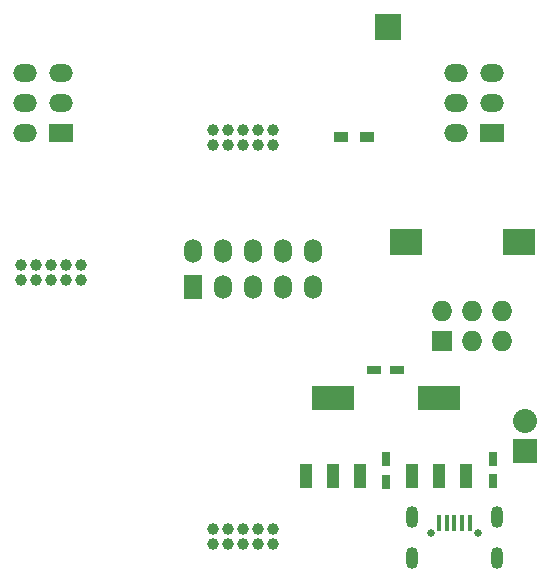
<source format=gbr>
G04 #@! TF.FileFunction,Soldermask,Top*
%FSLAX46Y46*%
G04 Gerber Fmt 4.6, Leading zero omitted, Abs format (unit mm)*
G04 Created by KiCad (PCBNEW (2015-05-09 BZR 5648)-product) date tor 06 aug 2015 22:42:39 CEST*
%MOMM*%
G01*
G04 APERTURE LIST*
%ADD10C,0.100000*%
%ADD11R,2.800000X2.200000*%
%ADD12R,1.200000X0.900000*%
%ADD13R,2.000000X1.500000*%
%ADD14O,2.000000X1.500000*%
%ADD15O,1.500000X2.000000*%
%ADD16R,1.500000X2.000000*%
%ADD17C,1.000000*%
%ADD18R,0.400000X1.400000*%
%ADD19O,1.050000X1.850000*%
%ADD20C,0.650000*%
%ADD21R,0.750000X1.200000*%
%ADD22R,1.200000X0.750000*%
%ADD23R,1.727200X1.727200*%
%ADD24O,1.727200X1.727200*%
%ADD25R,2.032000X2.032000*%
%ADD26O,2.032000X2.032000*%
%ADD27R,2.235200X2.235200*%
%ADD28R,3.657600X2.032000*%
%ADD29R,1.016000X2.032000*%
G04 APERTURE END LIST*
D10*
D11*
X141554800Y-100431600D03*
X151154800Y-100431600D03*
D12*
X138260000Y-91567000D03*
X136060000Y-91567000D03*
D13*
X112365600Y-91186000D03*
D14*
X109325600Y-91186000D03*
X112365600Y-88646000D03*
X109325600Y-88646000D03*
X112365600Y-86106000D03*
X109325600Y-86106000D03*
D15*
X133756400Y-104288400D03*
X133756400Y-101248400D03*
X131216400Y-101248400D03*
X131216400Y-104288400D03*
D16*
X123596400Y-104288400D03*
D15*
X123596400Y-101248400D03*
X126136400Y-104288400D03*
X126136400Y-101248400D03*
X128676400Y-104288400D03*
X128676400Y-101248400D03*
D13*
X148840000Y-91186000D03*
D14*
X145800000Y-91186000D03*
X148840000Y-88646000D03*
X145800000Y-88646000D03*
X148840000Y-86106000D03*
X145800000Y-86106000D03*
D17*
X125222000Y-124714000D03*
X125222000Y-125984000D03*
X126492000Y-124714000D03*
X126492000Y-125984000D03*
X127762000Y-124714000D03*
X127762000Y-125984000D03*
X129032000Y-124714000D03*
X129032000Y-125984000D03*
X130302000Y-124714000D03*
X130302000Y-125984000D03*
X109016800Y-102412800D03*
X109016800Y-103682800D03*
X110286800Y-102412800D03*
X110286800Y-103682800D03*
X111556800Y-102412800D03*
X111556800Y-103682800D03*
X112826800Y-102412800D03*
X112826800Y-103682800D03*
X114096800Y-102412800D03*
X114096800Y-103682800D03*
X125222000Y-90932000D03*
X125222000Y-92202000D03*
X126492000Y-90932000D03*
X126492000Y-92202000D03*
X127762000Y-90932000D03*
X127762000Y-92202000D03*
X129032000Y-90932000D03*
X129032000Y-92202000D03*
X130302000Y-90932000D03*
X130302000Y-92202000D03*
D18*
X145694400Y-124271600D03*
X146344400Y-124271600D03*
X145044400Y-124271600D03*
X144394400Y-124271600D03*
X146994400Y-124271600D03*
D19*
X142119400Y-127221600D03*
X149269400Y-127221600D03*
X142119400Y-123771600D03*
X149269400Y-123771600D03*
D20*
X143694400Y-125096600D03*
X147694400Y-125096600D03*
D21*
X148945600Y-118785600D03*
X148945600Y-120685600D03*
X139903200Y-118836400D03*
X139903200Y-120736400D03*
D22*
X140802400Y-111252000D03*
X138902400Y-111252000D03*
D23*
X144678400Y-108864400D03*
D24*
X144678400Y-106324400D03*
X147218400Y-108864400D03*
X147218400Y-106324400D03*
X149758400Y-108864400D03*
X149758400Y-106324400D03*
D25*
X151638000Y-118110000D03*
D26*
X151638000Y-115570000D03*
D27*
X140055600Y-82245200D03*
D28*
X135382000Y-113698000D03*
D29*
X135382000Y-120302000D03*
X137668000Y-120302000D03*
X133096000Y-120302000D03*
D28*
X144373600Y-113698000D03*
D29*
X144373600Y-120302000D03*
X146659600Y-120302000D03*
X142087600Y-120302000D03*
M02*

</source>
